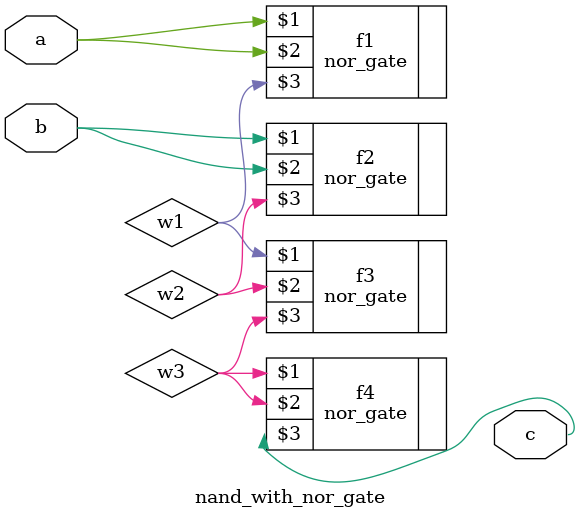
<source format=v>
`include "nor_gate.v"
module nand_with_nor_gate(a,b,c);

input a,b;
output c;

wire w1,w2,w3;

nor_gate f1(a,a,w1);
nor_gate f2(b,b,w2);
nor_gate f3(w1,w2,w3);
nor_gate f4(w3,w3,c);

endmodule
</source>
